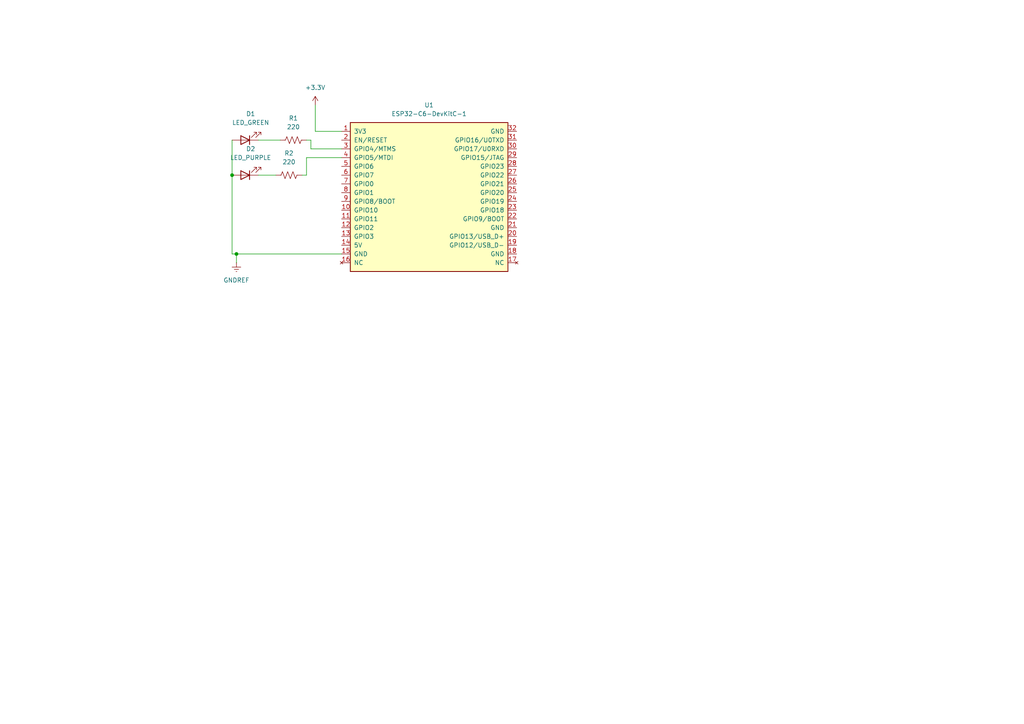
<source format=kicad_sch>
(kicad_sch (version 20250114) (generator "eeschema") (generator_version "9.0")
  (paper "A4")
  (title_block (title "SystemEmbebbed ATV03") (date "2025-04-30") (rev "V 0.0.01") (company "Adriel Cassimiro "))
  (lib_symbols
    (symbol "Device:LED" (pin_numbers (hide yes)) (pin_names (offset 1.016) (hide yes))
      (property "Reference" "D" (at 0 2.54 0))
      (property "Value" "LED" (at 0 -2.54 0))
      (symbol "LED_0_1"
        (polyline (pts (xy -3.048 -0.762) (xy -4.572 -2.286) (xy -3.81 -2.286) (xy -4.572 -2.286) (xy -4.572 -1.524)))
        (polyline (pts (xy -1.778 -0.762) (xy -3.302 -2.286) (xy -2.54 -2.286) (xy -3.302 -2.286) (xy -3.302 -1.524)))
        (polyline (pts (xy -1.27 0) (xy 1.27 0)))
        (polyline (pts (xy -1.27 -1.27) (xy -1.27 1.27)) (stroke (width 0.254)))
        (polyline (pts (xy 1.27 -1.27) (xy 1.27 1.27) (xy -1.27 0) (xy 1.27 -1.27)) (stroke (width 0.254)))
      )
      (symbol "LED_1_1"
        (pin passive line (at -3.81 0 0) (length 2.54) (name "K") (number "1"))
        (pin passive line (at 3.81 0 180) (length 2.54) (name "A") (number "2"))
      )
    )
    (symbol "Device:R_US" (pin_numbers (hide yes)) (pin_names (offset 0))
      (property "Reference" "R" (at 2.54 0 90))
      (property "Value" "R_US" (at -2.54 0 90))
      (symbol "R_US_0_1"
        (polyline (pts (xy 0 2.286) (xy 0 2.54)))
        (polyline (pts (xy 0 2.286) (xy 1.016 1.905) (xy 0 1.524) (xy -1.016 1.143) (xy 0 0.762)))
        (polyline (pts (xy 0 0.762) (xy 1.016 0.381) (xy 0 0) (xy -1.016 -0.381) (xy 0 -0.762)))
        (polyline (pts (xy 0 -0.762) (xy 1.016 -1.143) (xy 0 -1.524) (xy -1.016 -1.905) (xy 0 -2.286)))
        (polyline (pts (xy 0 -2.286) (xy 0 -2.54)))
      )
      (symbol "R_US_1_1"
        (pin passive line (at 0 3.81 270) (length 1.27) (name "~") (number "1"))
        (pin passive line (at 0 -3.81 90) (length 1.27) (name "~") (number "2"))
      )
    )
    (symbol "Espressif:ESP32-C6-DevKitC-1" (pin_names (offset 1.016))
      (property "Reference" "U" (at -22.86 25.4 0))
      (property "Value" "ESP32-C6-DevKitC-1" (at -22.86 22.86 0))
      (symbol "ESP32-C6-DevKitC-1_0_1"
        (rectangle (start -22.86 20.32) (end 22.86 -22.86) (stroke (width 0.254)) (fill (type background)))
      )
      (symbol "ESP32-C6-DevKitC-1_1_0"
        (pin input line (at -25.4 15.24 0) (length 2.54) (name "EN/RESET") (number "2"))
        (pin power_in line (at -25.4 -15.24 0) (length 2.54) (name "5V") (number "14"))
      )
      (symbol "ESP32-C6-DevKitC-1_1_1"
        (pin power_in line (at -25.4 17.78 0) (length 2.54) (name "3V3") (number "1"))
        (pin bidirectional line (at -25.4 12.7 0) (length 2.54) (name "GPIO4/MTMS") (number "3"))
        (pin bidirectional line (at -25.4 10.16 0) (length 2.54) (name "GPIO5/MTDI") (number "4"))
        (pin bidirectional line (at -25.4 7.62 0) (length 2.54) (name "GPIO6") (number "5"))
        (pin bidirectional line (at -25.4 5.08 0) (length 2.54) (name "GPIO7") (number "6"))
        (pin bidirectional line (at -25.4 2.54 0) (length 2.54) (name "GPIO0") (number "7"))
        (pin bidirectional line (at -25.4 0 0) (length 2.54) (name "GPIO1") (number "8"))
        (pin bidirectional line (at -25.4 -2.54 0) (length 2.54) (name "GPIO8/BOOT") (number "9"))
        (pin bidirectional line (at -25.4 -5.08 0) (length 2.54) (name "GPIO10") (number "10"))
        (pin bidirectional line (at -25.4 -7.62 0) (length 2.54) (name "GPIO11") (number "11"))
        (pin bidirectional line (at -25.4 -10.16 0) (length 2.54) (name "GPIO2") (number "12"))
        (pin bidirectional line (at -25.4 -12.7 0) (length 2.54) (name "GPIO3") (number "13"))
        (pin power_in line (at -25.4 -17.78 0) (length 2.54) (name "GND") (number "15"))
        (pin no_connect line (at -25.4 -20.32 0) (length 2.54) (name "NC") (number "16"))
        (pin power_in line (at 25.4 17.78 180) (length 2.54) (name "GND") (number "32"))
        (pin bidirectional line (at 25.4 15.24 180) (length 2.54) (name "GPIO16/U0TXD") (number "31"))
        (pin bidirectional line (at 25.4 12.7 180) (length 2.54) (name "GPIO17/U0RXD") (number "30"))
        (pin bidirectional line (at 25.4 10.16 180) (length 2.54) (name "GPIO15/JTAG") (number "29"))
        (pin bidirectional line (at 25.4 7.62 180) (length 2.54) (name "GPIO23") (number "28"))
        (pin bidirectional line (at 25.4 5.08 180) (length 2.54) (name "GPIO22") (number "27"))
        (pin bidirectional line (at 25.4 2.54 180) (length 2.54) (name "GPIO21") (number "26"))
        (pin bidirectional line (at 25.4 0 180) (length 2.54) (name "GPIO20") (number "25"))
        (pin bidirectional line (at 25.4 -2.54 180) (length 2.54) (name "GPIO19") (number "24"))
        (pin bidirectional line (at 25.4 -5.08 180) (length 2.54) (name "GPIO18") (number "23"))
        (pin bidirectional line (at 25.4 -7.62 180) (length 2.54) (name "GPIO9/BOOT") (number "22"))
        (pin power_in line (at 25.4 -10.16 180) (length 2.54) (name "GND") (number "21"))
        (pin bidirectional line (at 25.4 -12.7 180) (length 2.54) (name "GPIO13/USB_D+") (number "20"))
        (pin bidirectional line (at 25.4 -15.24 180) (length 2.54) (name "GPIO12/USB_D-") (number "19"))
        (pin power_in line (at 25.4 -17.78 180) (length 2.54) (name "GND") (number "18"))
        (pin no_connect line (at 25.4 -20.32 180) (length 2.54) (name "NC") (number "17"))
      )
    )
    (symbol "power:+3.3V" (power) (pin_numbers (hide yes)) (pin_names (offset 0) (hide yes))
      (property "Value" "+3.3V" (at 0 3.556 0))
      (symbol "+3.3V_0_1"
        (polyline (pts (xy -0.762 1.27) (xy 0 2.54)))
        (polyline (pts (xy 0 2.54) (xy 0.762 1.27)))
        (polyline (pts (xy 0 0) (xy 0 2.54)))
      )
      (symbol "+3.3V_1_1"
        (pin power_in line (at 0 0 90) (length 0) (name "~") (number "1"))
      )
    )
    (symbol "power:GNDREF" (power) (pin_numbers (hide yes)) (pin_names (offset 0) (hide yes))
      (property "Value" "GNDREF" (at 0 -3.81 0))
      (symbol "GNDREF_0_1"
        (polyline (pts (xy -0.635 -1.905) (xy 0.635 -1.905)))
        (polyline (pts (xy -0.127 -2.54) (xy 0.127 -2.54)))
        (polyline (pts (xy 0 -1.27) (xy 0 0)))
        (polyline (pts (xy 1.27 -1.27) (xy -1.27 -1.27)))
      )
      (symbol "GNDREF_1_1"
        (pin power_in line (at 0 0 270) (length 0) (name "~") (number "1"))
      )
    )
  )
  (junction (at 67.31 50.8))
  (junction (at 68.58 73.66))
  (wire (pts (xy 88.9 45.72) (xy 88.9 50.8)))
  (wire (pts (xy 91.44 38.1) (xy 91.44 30.48)))
  (wire (pts (xy 74.93 40.64) (xy 81.28 40.64)))
  (wire (pts (xy 67.31 50.8) (xy 67.31 73.66)))
  (wire (pts (xy 99.06 45.72) (xy 88.9 45.72)))
  (wire (pts (xy 88.9 50.8) (xy 87.63 50.8)))
  (wire (pts (xy 99.06 43.18) (xy 90.17 43.18)))
  (wire (pts (xy 74.93 50.8) (xy 80.01 50.8)))
  (wire (pts (xy 99.06 73.66) (xy 68.58 73.66)))
  (wire (pts (xy 67.31 40.64) (xy 67.31 50.8)))
  (wire (pts (xy 68.58 73.66) (xy 68.58 76.2)))
  (wire (pts (xy 67.31 73.66) (xy 68.58 73.66)))
  (wire (pts (xy 90.17 43.18) (xy 90.17 40.64)))
  (wire (pts (xy 90.17 40.64) (xy 88.9 40.64)))
  (wire (pts (xy 99.06 38.1) (xy 91.44 38.1)))
  (symbol (lib_id "power:+3.3V") (at 91.44 30.48 0) (unit 1)
    (property "Reference" "#PWR02" (effects (hide yes)))
    (property "Value" "+3.3V" (at 91.44 25.4 0))
    (property "Description" "Power symbol creates a global label with name \"+3.3V\"" (effects (hide yes)))
  )
  (symbol (lib_id "Device:R_US") (at 83.82 50.8 90) (unit 1)
    (property "Reference" "R2" (at 83.82 44.45 90))
    (property "Value" "220" (at 83.82 46.99 90))
    (property "Description" "Resistor, US symbol" (effects (hide yes)))
  )
  (symbol (lib_id "Device:R_US") (at 85.09 40.64 90) (unit 1)
    (property "Reference" "R1" (at 85.09 34.29 90))
    (property "Value" "220" (at 85.09 36.83 90))
    (property "Description" "Resistor, US symbol" (effects (hide yes)))
  )
  (symbol (lib_id "power:GNDREF") (at 68.58 76.2 0) (unit 1)
    (property "Reference" "#PWR01" (effects (hide yes)))
    (property "Value" "GNDREF" (at 68.58 81.28 0))
    (property "Description" "Power symbol creates a global label with name \"GNDREF\" , reference supply ground" (effects (hide yes)))
  )
  (symbol (lib_id "Device:LED") (at 71.12 50.8 180) (unit 1)
    (property "Reference" "D2" (at 72.7075 43.18 0))
    (property "Value" "LED_PURPLE" (at 72.7075 45.72 0))
    (property "Description" "Light emitting diode" (effects (hide yes)))
    (property "Sim.Pins" "1=K 2=A" (effects (hide yes)))
  )
  (symbol (lib_id "Espressif:ESP32-C6-DevKitC-1") (at 124.46 55.88 0) (unit 1)
    (property "Reference" "U1" (at 124.46 30.48 0))
    (property "Value" "ESP32-C6-DevKitC-1" (at 124.46 33.02 0))
    (property "Footprint" "PCM_Espressif:ESP32-C6-DevKitC-1" (effects (hide yes)))
    (property "Datasheet" "https://docs.espressif.com/projects/espressif-esp-dev-kits/en/latest/esp32c6/esp32-c6-devkitc-1/user_guide.html" (effects (hide yes)))
    (property "Description" "ESP32-C6-DevKitC-1" (effects (hide yes)))
  )
  (symbol (lib_id "Device:LED") (at 71.12 40.64 180) (unit 1)
    (property "Reference" "D1" (at 72.7075 33.02 0))
    (property "Value" "LED_GREEN" (at 72.7075 35.56 0))
    (property "Description" "Light emitting diode" (effects (hide yes)))
    (property "Sim.Pins" "1=K 2=A" (effects (hide yes)))
  )
)
</source>
